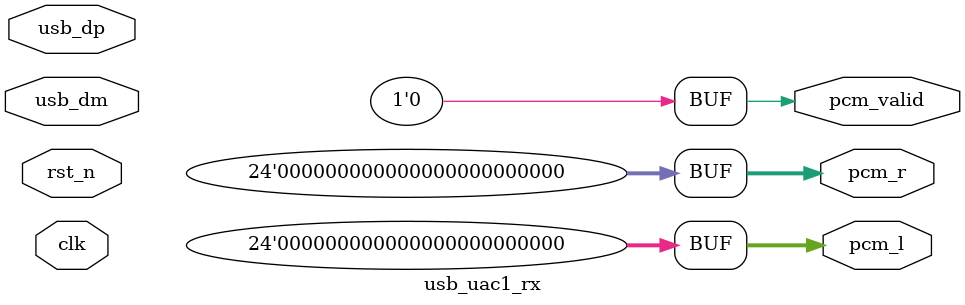
<source format=v>
`timescale 1ns/1ps
module usb_uac1_rx(
    input  wire clk,
    input  wire rst_n,
    input  wire usb_dp,
    input  wire usb_dm,
    output wire        pcm_valid,
    output wire [23:0] pcm_l,
    output wire [23:0] pcm_r
);
    assign pcm_valid = 1'b0;
    assign pcm_l = 24'd0;
    assign pcm_r = 24'd0;
endmodule

</source>
